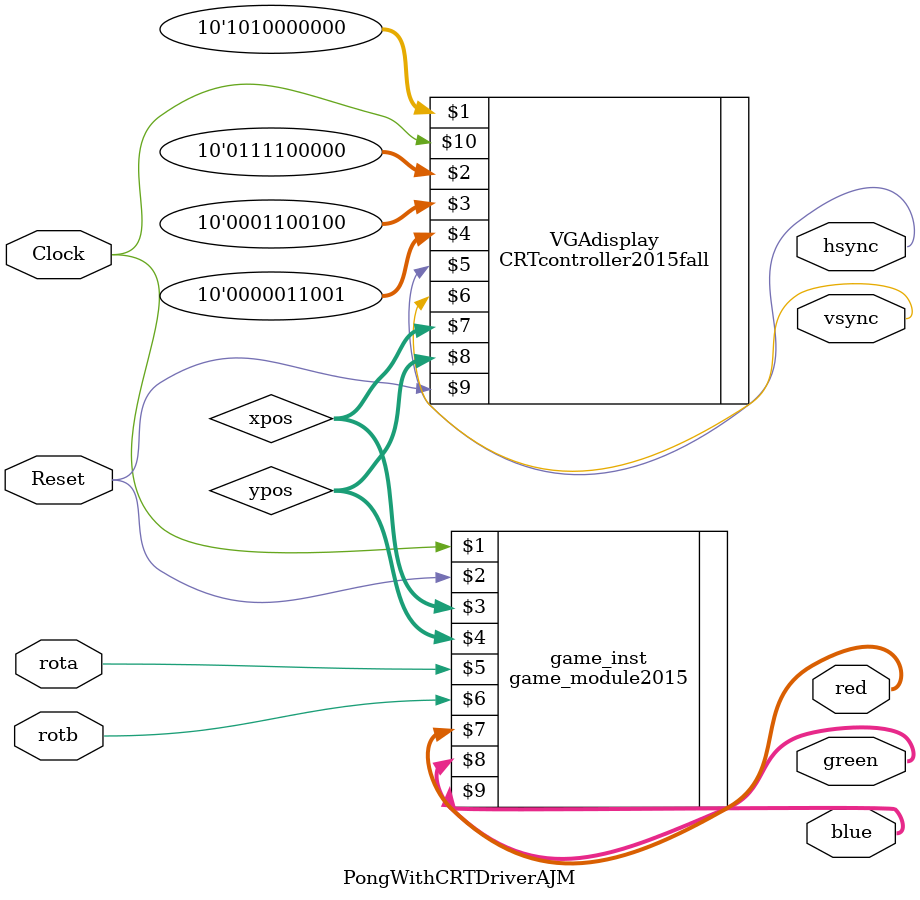
<source format=v>
`timescale 1ns / 1ps

module PongWithCRTDriverAJM(
   input Clock, Reset, rota, rotb,
	output [2:0] red,
   output [2:0] green,
   output [1:0] blue,
   output hsync, vsync
);

	wire [9:0] xpos;
	wire [9:0] ypos;

	parameter [9:0] NumberofPixels=10'd640, NumberofLines=10'd480;
	parameter [9:0] SystemClockFreq=10'd100, CRTClockFreq=10'd25; //MHz 

	CRTcontroller2015fall VGAdisplay(NumberofPixels, NumberofLines, SystemClockFreq, CRTClockFreq, hsync, vsync, xpos, ypos, Reset, Clock);
	game_module2015 game_inst(Clock, Reset, xpos, ypos, rota, rotb, red, green, blue);
endmodule

</source>
